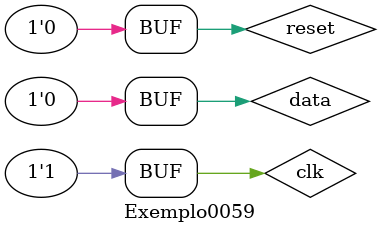
<source format=v>

`include "flip_flop_d.v"

module reg_desloc_dir(output [4:0]saida, input data, input clk, input reset);

wire s0;

or or1(s0, saida[0], data);

//Chamada dos flip-flops
flip_flop_d fpd5(saida[4], s0, clk, reset);
flip_flop_d fpd4(saida[3], saida[4], clk, reset);
flip_flop_d fpd3(saida[2], saida[3], clk, reset);
flip_flop_d fpd2(saida[1], saida[2], clk, reset);
flip_flop_d fpd1(saida[0], saida[1], clk, reset);

endmodule //reg_desloc_dir

// ----------------
// Exemplo0059
// ----------------
module Exemplo0059;

//----------------- Definir dados
reg data, reset, clk;
wire [4:0]saida;

// ---------------- Instância
 reg_desloc_dir rdd1(saida, data, clk, reset);

// ---------------- Preparação
 initial begin: start
  data = 1'b1;
  reset = 1'b0;
  clk = 1'b1;
 end

// ----------------- Parte principal
 initial begin: main
  $display("Exemplo0059 - Josemar Alves Caetano - 448662.");
  $display("Teste Registrador de deslocamento para direita circular.");

  $monitor("Saida: %b", saida);

 #1 data = 1'b0; clk = 1'b0;
 #1 data = 1'b0; clk = 1'b1;
 #1 data = 1'b0; clk = 1'b0;
 #1 data = 1'b0; clk = 1'b1;
 #1 data = 1'b0; clk = 1'b0;
 #1 data = 1'b0; clk = 1'b1;
 #1 data = 1'b0; clk = 1'b0;
 #1 data = 1'b0; clk = 1'b1;
 #1 data = 1'b0;
 #1 data = 1'b0; clk = 1'b0;
 #1 data = 1'b0; clk = 1'b1;
 #1 data = 1'b0; clk = 1'b0;
 #1 data = 1'b0; clk = 1'b1;
 #1 data = 1'b0; clk = 1'b0;
 #1 data = 1'b0; clk = 1'b1;
 #1 data = 1'b0; clk = 1'b0;
 #1 data = 1'b0; clk = 1'b1;
 #1 data = 1'b0; clk = 1'b0;
 #1 data = 1'b0; clk = 1'b1;

end

endmodule //Exemplo0059



</source>
